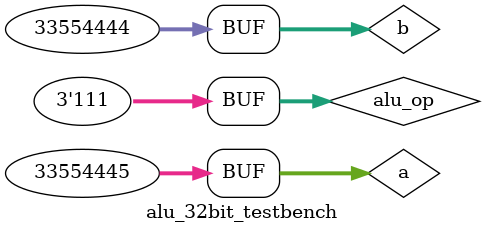
<source format=v>
`define DELAY 20
module alu_32bit_testbench();
	
	reg [2:0] alu_op;
	reg [31:0] a, b;
	wire [31:0] final_result;
	
	alu_32bit alu32bit(final_result, alu_op , a, b);
	
	initial 
		begin
		//add
		alu_op = 3'b000; a =32'b0000_0000_0000_0000_0000_0000_0000_1101; b = 32'b0000_0000_0000_0000_0000_0000_0000_1100;
		#`DELAY;
		//add 
		alu_op = 3'b000; a =32'b1000_0000_0000_0000_0000_0000_0000_1101; b = 32'b1000_0000_0000_0000_0000_0000_0000_0000;
		#`DELAY;
		//sub
		alu_op = 3'b001; a =32'b10000_0000_0000_0000_0000_0000_0000_1101; b = 32'b0000_0000_0000_0000_0000_0000_0000_1100;
		#`DELAY;
		//sub
		alu_op = 3'b001; a =32'b0000_0000_0000_0000_0000_0000_0000_0000; b = 32'b0000_0000_0000_0000_0000_0000_0000_1100;
		#`DELAY;		
		//sub
		alu_op = 3'b001; a =32'b1111_0000_0000_0000_0000_0000_0000_0000; b = 32'b1111_0000_0000_0000_0000_0000_0000_1100;
		#`DELAY;		
		//mult
		alu_op = 3'b010; a =32'b0000_0000_0000_0000_0000_0000_0000_1101; b = 32'b0000_0000_0000_0000_0000_0000_0000_0111;
		#`DELAY;
		//mult
		alu_op = 3'b010; a =32'b1000_0000_0000_0000_0000_0000_0000_1101; b = 32'b1000_0000_0000_0000_0000_0000_0000_1111;
		#`DELAY;
		//xor
		alu_op = 3'b011; a =32'b0000_0000_0000_0000_0000_0000_0000_1101; b = 32'b0000_0000_0000_0000_0000_0000_0000_1100;
		#`DELAY;
		//and
		alu_op = 3'b100; a =32'b0000_0010_0000_0000_0000_0000_0000_1101; b = 32'b0000_0010_0000_0000_0000_0000_0000_1100;
		#`DELAY;
		//and
		alu_op = 3'b100; a =32'b0000_0010_0000_0000_0000_0000_0000_1101; b = 32'b0010_0010_0000_0000_0000_0000_0000_1100;
		#`DELAY;
		//or
		alu_op = 3'b101; a =32'b0000_0010_0000_0000_0000_0000_0000_1101; b = 32'b0000_0010_0000_0000_0000_0000_0000_1100;
		#`DELAY;
		//slt
		alu_op = 3'b110; a =32'b0000_0000_0000_0000_0000_0000_0000_1101; b = 32'b0000_0000_0000_0000_0000_0000_0000_1100;
		#`DELAY;
		//slt
		alu_op = 3'b110; a =32'b0000_0000_0000_0000_0000_0000_0000_0000; b = 32'b0000_0000_0000_0000_0000_0000_0000_1100;
		#`DELAY;
		//slt
		alu_op = 3'b110; a =32'b1111_0000_0000_0000_0000_0000_0000_0000; b = 32'b1111_0000_0000_0000_0000_0000_0000_1111;
		#`DELAY;
		//nor
		alu_op = 3'b111; a =32'b0000_0010_0000_0000_0000_0000_0000_1101; b = 32'b0000_0010_0000_0000_0000_0000_0000_1100;
		#`DELAY;
		end
	
	initial 
		begin
		$monitor("time = %2d, a = %32b, b = %32b, alu_op2 = %1b ,alu_op1 = %1b ,alu_op0 = %1b ,result = %32b"
	          ,$time, a, b, alu_op[2], alu_op[1], alu_op[0], final_result);
		end	
	
	
	
endmodule	
</source>
